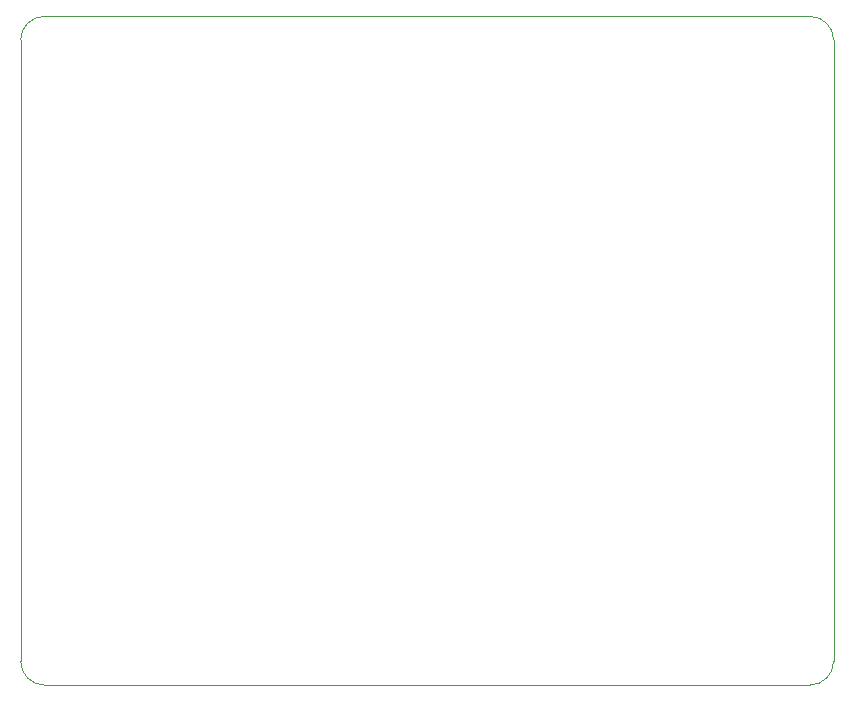
<source format=gbr>
%TF.GenerationSoftware,KiCad,Pcbnew,9.0.0*%
%TF.CreationDate,2025-07-08T22:51:07+02:00*%
%TF.ProjectId,RTC Tester,52544320-5465-4737-9465-722e6b696361,rev?*%
%TF.SameCoordinates,Original*%
%TF.FileFunction,Profile,NP*%
%FSLAX46Y46*%
G04 Gerber Fmt 4.6, Leading zero omitted, Abs format (unit mm)*
G04 Created by KiCad (PCBNEW 9.0.0) date 2025-07-08 22:51:07*
%MOMM*%
%LPD*%
G01*
G04 APERTURE LIST*
%TA.AperFunction,Profile*%
%ADD10C,0.050000*%
%TD*%
G04 APERTURE END LIST*
D10*
X155702000Y-114300000D02*
G75*
G02*
X153702000Y-116300000I-2000000J0D01*
G01*
X153702000Y-116300000D02*
X88868000Y-116300000D01*
X88868000Y-116300000D02*
G75*
G02*
X86868000Y-114300000I0J2000000D01*
G01*
X155702000Y-61690000D02*
X155702000Y-114300000D01*
X153702000Y-59690000D02*
G75*
G02*
X155702000Y-61690000I0J-2000000D01*
G01*
X86868000Y-114300000D02*
X86868000Y-61690000D01*
X86868000Y-61690000D02*
G75*
G02*
X88868000Y-59690000I2000000J0D01*
G01*
X88868000Y-59690000D02*
X153702000Y-59690000D01*
M02*

</source>
